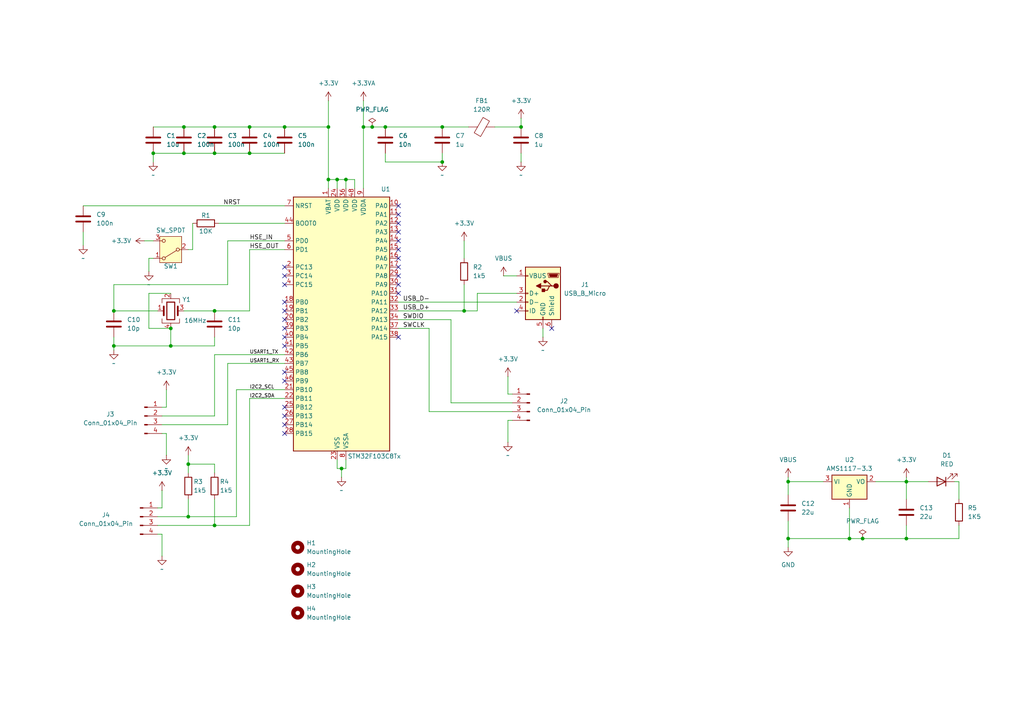
<source format=kicad_sch>
(kicad_sch (version 20231120) (generator "eeschema") (generator_version "8.0")
  (paper "A4")
  (lib_symbols
    (symbol "Connector:Conn_01x04_Pin" (pin_names (offset 1.016) hide)
      (property "Reference" "J" (at 0 5.08 0))
      (property "Value" "Conn_01x04_Pin" (at 0 -7.62 0))
      (symbol "Conn_01x04_Pin_1_1"
        (polyline (pts (xy 1.27 -5.08) (xy 0.8636 -5.08)) (stroke (width 0.1524)))
        (polyline (pts (xy 1.27 -2.54) (xy 0.8636 -2.54)) (stroke (width 0.1524)))
        (polyline (pts (xy 1.27 0) (xy 0.8636 0)) (stroke (width 0.1524)))
        (polyline (pts (xy 1.27 2.54) (xy 0.8636 2.54)) (stroke (width 0.1524)))
        (rectangle (start 0.8636 -4.953) (end 0 -5.207) (stroke (width 0.1524)) (fill (type outline)))
        (rectangle (start 0.8636 -2.413) (end 0 -2.667) (stroke (width 0.1524)) (fill (type outline)))
        (rectangle (start 0.8636 0.127) (end 0 -0.127) (stroke (width 0.1524)) (fill (type outline)))
        (rectangle (start 0.8636 2.667) (end 0 2.413) (stroke (width 0.1524)) (fill (type outline)))
        (pin passive line (at 5.08 2.54 180) (length 3.81) (name "Pin_1") (number "1"))
        (pin passive line (at 5.08 0 180) (length 3.81) (name "Pin_2") (number "2"))
        (pin passive line (at 5.08 -2.54 180) (length 3.81) (name "Pin_3") (number "3"))
        (pin passive line (at 5.08 -5.08 180) (length 3.81) (name "Pin_4") (number "4"))
      )
    )
    (symbol "Connector:USB_B_Micro" (pin_names (offset 1.016))
      (property "Reference" "J" (at -5.08 11.43 0))
      (property "Value" "USB_B_Micro" (at -5.08 8.89 0))
      (symbol "USB_B_Micro_0_1"
        (rectangle (start -5.08 -7.62) (end 5.08 7.62) (stroke (width 0.254)) (fill (type background)))
        (circle (center -3.81 2.159) (radius 0.635) (stroke (width 0.254)) (fill (type outline)))
        (circle (center -0.635 3.429) (radius 0.381) (stroke (width 0.254)) (fill (type outline)))
        (rectangle (start -0.127 -7.62) (end 0.127 -6.858))
        (polyline (pts (xy -1.905 2.159) (xy 0.635 2.159)) (stroke (width 0.254)))
        (polyline (pts (xy -3.175 2.159) (xy -2.54 2.159) (xy -1.27 3.429) (xy -0.635 3.429)) (stroke (width 0.254)))
        (polyline (pts (xy -2.54 2.159) (xy -1.905 2.159) (xy -1.27 0.889) (xy 0 0.889)) (stroke (width 0.254)))
        (polyline (pts (xy 0.635 2.794) (xy 0.635 1.524) (xy 1.905 2.159) (xy 0.635 2.794)) (stroke (width 0.254)) (fill (type outline)))
        (polyline (pts (xy -4.318 5.588) (xy -1.778 5.588) (xy -2.032 4.826) (xy -4.064 4.826) (xy -4.318 5.588)) (fill (type outline)))
        (polyline (pts (xy -4.699 5.842) (xy -4.699 5.588) (xy -4.445 4.826) (xy -4.445 4.572) (xy -1.651 4.572) (xy -1.651 4.826) (xy -1.397 5.588) (xy -1.397 5.842) (xy -4.699 5.842)))
        (rectangle (start 0.254 1.27) (end -0.508 0.508) (stroke (width 0.254)) (fill (type outline)))
        (rectangle (start 5.08 -5.207) (end 4.318 -4.953))
        (rectangle (start 5.08 -2.667) (end 4.318 -2.413))
        (rectangle (start 5.08 -0.127) (end 4.318 0.127))
        (rectangle (start 5.08 4.953) (end 4.318 5.207))
      )
      (symbol "USB_B_Micro_1_1"
        (pin power_out line (at 7.62 5.08 180) (length 2.54) (name "VBUS") (number "1"))
        (pin bidirectional line (at 7.62 -2.54 180) (length 2.54) (name "D-") (number "2"))
        (pin bidirectional line (at 7.62 0 180) (length 2.54) (name "D+") (number "3"))
        (pin passive line (at 7.62 -5.08 180) (length 2.54) (name "ID") (number "4"))
        (pin power_out line (at 0 -10.16 90) (length 2.54) (name "GND") (number "5"))
        (pin passive line (at -2.54 -10.16 90) (length 2.54) (name "Shield") (number "6"))
      )
    )
    (symbol "Device:C" (pin_numbers hide) (pin_names (offset 0.254))
      (property "Reference" "C" (at 0.635 2.54 0))
      (property "Value" "C" (at 0.635 -2.54 0))
      (symbol "C_0_1"
        (polyline (pts (xy -2.032 -0.762) (xy 2.032 -0.762)) (stroke (width 0.508)))
        (polyline (pts (xy -2.032 0.762) (xy 2.032 0.762)) (stroke (width 0.508)))
      )
      (symbol "C_1_1"
        (pin passive line (at 0 3.81 270) (length 2.794) (name "~") (number "1"))
        (pin passive line (at 0 -3.81 90) (length 2.794) (name "~") (number "2"))
      )
    )
    (symbol "Device:Crystal_GND24" (pin_names (offset 1.016) hide)
      (property "Reference" "Y" (at 3.175 5.08 0))
      (property "Value" "Crystal_GND24" (at 3.175 3.175 0))
      (symbol "Crystal_GND24_0_1"
        (rectangle (start -1.143 2.54) (end 1.143 -2.54) (stroke (width 0.3048)))
        (polyline (pts (xy -2.54 0) (xy -2.032 0)))
        (polyline (pts (xy -2.032 -1.27) (xy -2.032 1.27)) (stroke (width 0.508)))
        (polyline (pts (xy 0 -3.81) (xy 0 -3.556)))
        (polyline (pts (xy 0 3.556) (xy 0 3.81)))
        (polyline (pts (xy 2.032 -1.27) (xy 2.032 1.27)) (stroke (width 0.508)))
        (polyline (pts (xy 2.032 0) (xy 2.54 0)))
        (polyline (pts (xy -2.54 -2.286) (xy -2.54 -3.556) (xy 2.54 -3.556) (xy 2.54 -2.286)))
        (polyline (pts (xy -2.54 2.286) (xy -2.54 3.556) (xy 2.54 3.556) (xy 2.54 2.286)))
      )
      (symbol "Crystal_GND24_1_1"
        (pin passive line (at -3.81 0 0) (length 1.27) (name "1") (number "1"))
        (pin passive line (at 0 5.08 270) (length 1.27) (name "2") (number "2"))
        (pin passive line (at 3.81 0 180) (length 1.27) (name "3") (number "3"))
        (pin passive line (at 0 -5.08 90) (length 1.27) (name "4") (number "4"))
      )
    )
    (symbol "Device:FerriteBead" (pin_numbers hide) (pin_names (offset 0))
      (property "Reference" "FB" (at -3.81 0.635 90))
      (property "Value" "FerriteBead" (at 3.81 0 90))
      (symbol "FerriteBead_0_1"
        (polyline (pts (xy 0 -1.27) (xy 0 -1.2192)))
        (polyline (pts (xy 0 1.27) (xy 0 1.2954)))
        (polyline (pts (xy -2.7686 0.4064) (xy -1.7018 2.2606) (xy 2.7686 -0.3048) (xy 1.6764 -2.159) (xy -2.7686 0.4064)))
      )
      (symbol "FerriteBead_1_1"
        (pin passive line (at 0 3.81 270) (length 2.54) (name "~") (number "1"))
        (pin passive line (at 0 -3.81 90) (length 2.54) (name "~") (number "2"))
      )
    )
    (symbol "Device:LED" (pin_numbers hide) (pin_names (offset 1.016) hide)
      (property "Reference" "D" (at 0 2.54 0))
      (property "Value" "LED" (at 0 -2.54 0))
      (symbol "LED_0_1"
        (polyline (pts (xy -1.27 -1.27) (xy -1.27 1.27)) (stroke (width 0.254)))
        (polyline (pts (xy -1.27 0) (xy 1.27 0)))
        (polyline (pts (xy 1.27 -1.27) (xy 1.27 1.27) (xy -1.27 0) (xy 1.27 -1.27)) (stroke (width 0.254)))
        (polyline (pts (xy -3.048 -0.762) (xy -4.572 -2.286) (xy -3.81 -2.286) (xy -4.572 -2.286) (xy -4.572 -1.524)))
        (polyline (pts (xy -1.778 -0.762) (xy -3.302 -2.286) (xy -2.54 -2.286) (xy -3.302 -2.286) (xy -3.302 -1.524)))
      )
      (symbol "LED_1_1"
        (pin passive line (at -3.81 0 0) (length 2.54) (name "K") (number "1"))
        (pin passive line (at 3.81 0 180) (length 2.54) (name "A") (number "2"))
      )
    )
    (symbol "Device:R" (pin_numbers hide) (pin_names (offset 0))
      (property "Reference" "R" (at 2.032 0 90))
      (property "Value" "R" (at 0 0 90))
      (symbol "R_0_1"
        (rectangle (start -1.016 -2.54) (end 1.016 2.54) (stroke (width 0.254)))
      )
      (symbol "R_1_1"
        (pin passive line (at 0 3.81 270) (length 1.27) (name "~") (number "1"))
        (pin passive line (at 0 -3.81 90) (length 1.27) (name "~") (number "2"))
      )
    )
    (symbol "MCU_ST_STM32F1:STM32F103C8Tx"
      (property "Reference" "U" (at -12.7 39.37 0))
      (property "Value" "STM32F103C8Tx" (at 10.16 39.37 0))
      (symbol "STM32F103C8Tx_0_1"
        (rectangle (start -12.7 -35.56) (end 15.24 38.1) (stroke (width 0.254)) (fill (type background)))
      )
      (symbol "STM32F103C8Tx_1_1"
        (pin power_in line (at -2.54 40.64 270) (length 2.54) (name "VBAT") (number "1"))
        (pin bidirectional line (at 17.78 35.56 180) (length 2.54) (name "PA0") (number "10"))
        (pin bidirectional line (at 17.78 33.02 180) (length 2.54) (name "PA1") (number "11"))
        (pin bidirectional line (at 17.78 30.48 180) (length 2.54) (name "PA2") (number "12"))
        (pin bidirectional line (at 17.78 27.94 180) (length 2.54) (name "PA3") (number "13"))
        (pin bidirectional line (at 17.78 25.4 180) (length 2.54) (name "PA4") (number "14"))
        (pin bidirectional line (at 17.78 22.86 180) (length 2.54) (name "PA5") (number "15"))
        (pin bidirectional line (at 17.78 20.32 180) (length 2.54) (name "PA6") (number "16"))
        (pin bidirectional line (at 17.78 17.78 180) (length 2.54) (name "PA7") (number "17"))
        (pin bidirectional line (at -15.24 7.62 0) (length 2.54) (name "PB0") (number "18"))
        (pin bidirectional line (at -15.24 5.08 0) (length 2.54) (name "PB1") (number "19"))
        (pin bidirectional line (at -15.24 17.78 0) (length 2.54) (name "PC13") (number "2"))
        (pin bidirectional line (at -15.24 2.54 0) (length 2.54) (name "PB2") (number "20"))
        (pin bidirectional line (at -15.24 -17.78 0) (length 2.54) (name "PB10") (number "21"))
        (pin bidirectional line (at -15.24 -20.32 0) (length 2.54) (name "PB11") (number "22"))
        (pin power_in line (at 0 -38.1 90) (length 2.54) (name "VSS") (number "23"))
        (pin power_in line (at 0 40.64 270) (length 2.54) (name "VDD") (number "24"))
        (pin bidirectional line (at -15.24 -22.86 0) (length 2.54) (name "PB12") (number "25"))
        (pin bidirectional line (at -15.24 -25.4 0) (length 2.54) (name "PB13") (number "26"))
        (pin bidirectional line (at -15.24 -27.94 0) (length 2.54) (name "PB14") (number "27"))
        (pin bidirectional line (at -15.24 -30.48 0) (length 2.54) (name "PB15") (number "28"))
        (pin bidirectional line (at 17.78 15.24 180) (length 2.54) (name "PA8") (number "29"))
        (pin bidirectional line (at -15.24 15.24 0) (length 2.54) (name "PC14") (number "3"))
        (pin bidirectional line (at 17.78 12.7 180) (length 2.54) (name "PA9") (number "30"))
        (pin bidirectional line (at 17.78 10.16 180) (length 2.54) (name "PA10") (number "31"))
        (pin bidirectional line (at 17.78 7.62 180) (length 2.54) (name "PA11") (number "32"))
        (pin bidirectional line (at 17.78 5.08 180) (length 2.54) (name "PA12") (number "33"))
        (pin bidirectional line (at 17.78 2.54 180) (length 2.54) (name "PA13") (number "34"))
        (pin passive line (at 0 -38.1 90) (length 2.54) hide (name "VSS") (number "35"))
        (pin power_in line (at 2.54 40.64 270) (length 2.54) (name "VDD") (number "36"))
        (pin bidirectional line (at 17.78 0 180) (length 2.54) (name "PA14") (number "37"))
        (pin bidirectional line (at 17.78 -2.54 180) (length 2.54) (name "PA15") (number "38"))
        (pin bidirectional line (at -15.24 0 0) (length 2.54) (name "PB3") (number "39"))
        (pin bidirectional line (at -15.24 12.7 0) (length 2.54) (name "PC15") (number "4"))
        (pin bidirectional line (at -15.24 -2.54 0) (length 2.54) (name "PB4") (number "40"))
        (pin bidirectional line (at -15.24 -5.08 0) (length 2.54) (name "PB5") (number "41"))
        (pin bidirectional line (at -15.24 -7.62 0) (length 2.54) (name "PB6") (number "42"))
        (pin bidirectional line (at -15.24 -10.16 0) (length 2.54) (name "PB7") (number "43"))
        (pin input line (at -15.24 30.48 0) (length 2.54) (name "BOOT0") (number "44"))
        (pin bidirectional line (at -15.24 -12.7 0) (length 2.54) (name "PB8") (number "45"))
        (pin bidirectional line (at -15.24 -15.24 0) (length 2.54) (name "PB9") (number "46"))
        (pin passive line (at 0 -38.1 90) (length 2.54) hide (name "VSS") (number "47"))
        (pin power_in line (at 5.08 40.64 270) (length 2.54) (name "VDD") (number "48"))
        (pin bidirectional line (at -15.24 25.4 0) (length 2.54) (name "PD0") (number "5"))
        (pin bidirectional line (at -15.24 22.86 0) (length 2.54) (name "PD1") (number "6"))
        (pin input line (at -15.24 35.56 0) (length 2.54) (name "NRST") (number "7"))
        (pin power_in line (at 2.54 -38.1 90) (length 2.54) (name "VSSA") (number "8"))
        (pin power_in line (at 7.62 40.64 270) (length 2.54) (name "VDDA") (number "9"))
      )
    )
    (symbol "Mechanical:MountingHole" (pin_names (offset 1.016)) (exclude_from_sim yes) (in_bom no)
      (property "Reference" "H" (at 0 5.08 0))
      (property "Value" "MountingHole" (at 0 3.175 0))
      (symbol "MountingHole_0_1"
        (circle (center 0 0) (radius 1.27) (stroke (width 1.27)))
      )
    )
    (symbol "Regulator_Linear:AMS1117-3.3"
      (property "Reference" "U" (at -3.81 3.175 0))
      (property "Value" "AMS1117-3.3" (at 0 3.175 0))
      (symbol "AMS1117-3.3_0_1"
        (rectangle (start -5.08 -5.08) (end 5.08 1.905) (stroke (width 0.254)) (fill (type background)))
      )
      (symbol "AMS1117-3.3_1_1"
        (pin power_in line (at 0 -7.62 90) (length 2.54) (name "GND") (number "1"))
        (pin power_out line (at 7.62 0 180) (length 2.54) (name "VO") (number "2"))
        (pin power_in line (at -7.62 0 0) (length 2.54) (name "VI") (number "3"))
      )
    )
    (symbol "Switch:SW_SPDT" (pin_names (offset 0) hide)
      (property "Reference" "SW" (at 0 5.08 0))
      (property "Value" "SW_SPDT" (at 0 -5.08 0))
      (symbol "SW_SPDT_0_1"
        (circle (center -2.032 0) (radius 0.4572))
        (polyline (pts (xy -1.651 0.254) (xy 1.651 2.286)))
        (circle (center 2.032 -2.54) (radius 0.4572))
        (circle (center 2.032 2.54) (radius 0.4572))
      )
      (symbol "SW_SPDT_1_1"
        (rectangle (start -3.175 3.81) (end 3.175 -3.81) (fill (type background)))
        (pin passive line (at 5.08 2.54 180) (length 2.54) (name "A") (number "1"))
        (pin passive line (at -5.08 0 0) (length 2.54) (name "B") (number "2"))
        (pin passive line (at 5.08 -2.54 180) (length 2.54) (name "C") (number "3"))
      )
    )
    (symbol "power:+3.3V" (power) (pin_numbers hide) (pin_names (offset 0) hide)
      (property "Value" "+3.3V" (at 0 3.556 0))
      (symbol "+3.3V_0_1"
        (polyline (pts (xy -0.762 1.27) (xy 0 2.54)))
        (polyline (pts (xy 0 0) (xy 0 2.54)))
        (polyline (pts (xy 0 2.54) (xy 0.762 1.27)))
      )
      (symbol "+3.3V_1_1"
        (pin power_in line (at 0 0 90) (length 0) (name "~") (number "1"))
      )
    )
    (symbol "power:+3.3VA" (power) (pin_numbers hide) (pin_names (offset 0) hide)
      (property "Value" "+3.3VA" (at 0 3.556 0))
      (symbol "+3.3VA_0_1"
        (polyline (pts (xy -0.762 1.27) (xy 0 2.54)))
        (polyline (pts (xy 0 0) (xy 0 2.54)))
        (polyline (pts (xy 0 2.54) (xy 0.762 1.27)))
      )
      (symbol "+3.3VA_1_1"
        (pin power_in line (at 0 0 90) (length 0) (name "~") (number "1"))
      )
    )
    (symbol "power:GND" (power) (pin_numbers hide) (pin_names (offset 0) hide)
      (property "Value" "GND" (at 0 -3.81 0))
      (symbol "GND_0_1"
        (polyline (pts (xy 0 0) (xy 0 -1.27) (xy 1.27 -1.27) (xy 0 -2.54) (xy -1.27 -1.27) (xy 0 -1.27)))
      )
      (symbol "GND_1_1"
        (pin power_in line (at 0 0 270) (length 0) (name "~") (number "1"))
      )
    )
    (symbol "power:PWR_FLAG" (power) (pin_numbers hide) (pin_names (offset 0) hide)
      (property "Value" "PWR_FLAG" (at 0 3.81 0))
      (symbol "PWR_FLAG_0_0"
        (pin power_out line (at 0 0 90) (length 0) (name "~") (number "1"))
      )
      (symbol "PWR_FLAG_0_1"
        (polyline (pts (xy 0 0) (xy 0 1.27) (xy -1.016 1.905) (xy 0 2.54) (xy 1.016 1.905) (xy 0 1.27)))
      )
    )
    (symbol "power:VBUS" (power) (pin_numbers hide) (pin_names (offset 0) hide)
      (property "Value" "VBUS" (at 0 3.556 0))
      (symbol "VBUS_0_1"
        (polyline (pts (xy -0.762 1.27) (xy 0 2.54)))
        (polyline (pts (xy 0 0) (xy 0 2.54)))
        (polyline (pts (xy 0 2.54) (xy 0.762 1.27)))
      )
      (symbol "VBUS_1_1"
        (pin power_in line (at 0 0 90) (length 0) (name "~") (number "1"))
      )
    )
  )
  (junction (at 128.27 46.99))
  (junction (at 33.02 100.33))
  (junction (at 44.45 44.45))
  (junction (at 62.23 152.4))
  (junction (at 134.62 90.17))
  (junction (at 49.53 95.25))
  (junction (at 97.79 52.07))
  (junction (at 228.6 139.7))
  (junction (at 246.38 156.21))
  (junction (at 82.55 36.83))
  (junction (at 54.61 149.86))
  (junction (at 228.6 156.21))
  (junction (at 262.89 139.7))
  (junction (at 62.23 36.83))
  (junction (at 105.41 36.83))
  (junction (at 72.39 44.45))
  (junction (at 62.23 90.17))
  (junction (at 100.33 52.07))
  (junction (at 62.23 44.45))
  (junction (at 99.06 135.89))
  (junction (at 262.89 156.21))
  (junction (at 151.13 36.83))
  (junction (at 95.25 36.83))
  (junction (at 250.19 156.21))
  (junction (at 72.39 36.83))
  (junction (at 53.34 36.83))
  (junction (at 95.25 52.07))
  (junction (at 128.27 36.83))
  (junction (at 33.02 90.17))
  (junction (at 107.95 36.83))
  (junction (at 111.76 36.83))
  (junction (at 54.61 134.62))
  (junction (at 49.53 100.33))
  (junction (at 53.34 44.45))
  (no_connect (at 82.55 120.65))
  (no_connect (at 115.57 74.93))
  (no_connect (at 82.55 80.01))
  (no_connect (at 160.02 95.25))
  (no_connect (at 115.57 72.39))
  (no_connect (at 115.57 64.77))
  (no_connect (at 82.55 95.25))
  (no_connect (at 115.57 80.01))
  (no_connect (at 82.55 100.33))
  (no_connect (at 115.57 85.09))
  (no_connect (at 82.55 107.95))
  (no_connect (at 82.55 87.63))
  (no_connect (at 115.57 69.85))
  (no_connect (at 82.55 118.11))
  (no_connect (at 115.57 67.31))
  (no_connect (at 115.57 59.69))
  (no_connect (at 82.55 123.19))
  (no_connect (at 82.55 97.79))
  (no_connect (at 115.57 77.47))
  (no_connect (at 115.57 97.79))
  (no_connect (at 115.57 82.55))
  (no_connect (at 82.55 82.55))
  (no_connect (at 149.86 90.17))
  (no_connect (at 82.55 90.17))
  (no_connect (at 115.57 62.23))
  (no_connect (at 82.55 92.71))
  (no_connect (at 82.55 77.47))
  (no_connect (at 82.55 125.73))
  (no_connect (at 82.55 110.49))
  (wire (pts (xy 72.39 90.17) (xy 72.39 72.39)))
  (wire (pts (xy 54.61 134.62) (xy 54.61 137.16)))
  (wire (pts (xy 102.87 52.07) (xy 102.87 54.61)))
  (wire (pts (xy 55.88 64.77) (xy 55.88 72.39)))
  (wire (pts (xy 111.76 44.45) (xy 111.76 46.99)))
  (wire (pts (xy 99.06 135.89) (xy 97.79 135.89)))
  (wire (pts (xy 66.04 82.55) (xy 66.04 69.85)))
  (wire (pts (xy 53.34 44.45) (xy 62.23 44.45)))
  (wire (pts (xy 124.46 95.25) (xy 124.46 119.38)))
  (wire (pts (xy 62.23 152.4) (xy 45.72 152.4)))
  (wire (pts (xy 276.86 139.7) (xy 278.13 139.7)))
  (wire (pts (xy 115.57 95.25) (xy 124.46 95.25)))
  (wire (pts (xy 105.41 36.83) (xy 105.41 54.61)))
  (wire (pts (xy 43.18 74.93) (xy 44.45 74.93)))
  (wire (pts (xy 33.02 97.79) (xy 33.02 100.33)))
  (wire (pts (xy 49.53 100.33) (xy 33.02 100.33)))
  (wire (pts (xy 130.81 92.71) (xy 130.81 116.84)))
  (wire (pts (xy 134.62 90.17) (xy 138.43 90.17)))
  (wire (pts (xy 49.53 95.25) (xy 49.53 100.33)))
  (wire (pts (xy 97.79 52.07) (xy 97.79 54.61)))
  (wire (pts (xy 99.06 138.43) (xy 99.06 135.89)))
  (wire (pts (xy 41.91 69.85) (xy 44.45 69.85)))
  (wire (pts (xy 115.57 92.71) (xy 130.81 92.71)))
  (wire (pts (xy 111.76 46.99) (xy 128.27 46.99)))
  (wire (pts (xy 66.04 105.41) (xy 82.55 105.41)))
  (wire (pts (xy 100.33 52.07) (xy 100.33 54.61)))
  (wire (pts (xy 138.43 90.17) (xy 138.43 85.09)))
  (wire (pts (xy 151.13 44.45) (xy 151.13 46.99)))
  (wire (pts (xy 147.32 114.3) (xy 148.59 114.3)))
  (wire (pts (xy 262.89 139.7) (xy 269.24 139.7)))
  (wire (pts (xy 62.23 97.79) (xy 62.23 100.33)))
  (wire (pts (xy 72.39 152.4) (xy 62.23 152.4)))
  (wire (pts (xy 97.79 52.07) (xy 100.33 52.07)))
  (wire (pts (xy 82.55 36.83) (xy 95.25 36.83)))
  (wire (pts (xy 24.13 67.31) (xy 24.13 71.12)))
  (wire (pts (xy 33.02 100.33) (xy 33.02 101.6)))
  (wire (pts (xy 68.58 149.86) (xy 68.58 113.03)))
  (wire (pts (xy 43.18 95.25) (xy 49.53 95.25)))
  (wire (pts (xy 95.25 36.83) (xy 95.25 52.07)))
  (wire (pts (xy 143.51 36.83) (xy 151.13 36.83)))
  (wire (pts (xy 95.25 29.21) (xy 95.25 36.83)))
  (wire (pts (xy 228.6 139.7) (xy 228.6 143.51)))
  (wire (pts (xy 55.88 72.39) (xy 54.61 72.39)))
  (wire (pts (xy 246.38 156.21) (xy 250.19 156.21)))
  (wire (pts (xy 97.79 133.35) (xy 97.79 135.89)))
  (wire (pts (xy 262.89 139.7) (xy 262.89 144.78)))
  (wire (pts (xy 62.23 90.17) (xy 72.39 90.17)))
  (wire (pts (xy 228.6 156.21) (xy 228.6 158.75)))
  (wire (pts (xy 62.23 102.87) (xy 82.55 102.87)))
  (wire (pts (xy 134.62 82.55) (xy 134.62 90.17)))
  (wire (pts (xy 278.13 152.4) (xy 278.13 156.21)))
  (wire (pts (xy 48.26 125.73) (xy 48.26 132.08)))
  (wire (pts (xy 262.89 152.4) (xy 262.89 156.21)))
  (wire (pts (xy 95.25 52.07) (xy 97.79 52.07)))
  (wire (pts (xy 100.33 135.89) (xy 100.33 133.35)))
  (wire (pts (xy 46.99 142.24) (xy 46.99 147.32)))
  (wire (pts (xy 54.61 132.08) (xy 54.61 134.62)))
  (wire (pts (xy 68.58 113.03) (xy 82.55 113.03)))
  (wire (pts (xy 45.72 149.86) (xy 54.61 149.86)))
  (wire (pts (xy 33.02 90.17) (xy 45.72 90.17)))
  (wire (pts (xy 62.23 137.16) (xy 62.23 134.62)))
  (wire (pts (xy 95.25 52.07) (xy 95.25 54.61)))
  (wire (pts (xy 128.27 36.83) (xy 135.89 36.83)))
  (wire (pts (xy 228.6 138.43) (xy 228.6 139.7)))
  (wire (pts (xy 72.39 115.57) (xy 72.39 152.4)))
  (wire (pts (xy 62.23 134.62) (xy 54.61 134.62)))
  (wire (pts (xy 72.39 115.57) (xy 82.55 115.57)))
  (wire (pts (xy 157.48 97.79) (xy 157.48 95.25)))
  (wire (pts (xy 44.45 36.83) (xy 53.34 36.83)))
  (wire (pts (xy 107.95 36.83) (xy 105.41 36.83)))
  (wire (pts (xy 49.53 85.09) (xy 43.18 85.09)))
  (wire (pts (xy 124.46 119.38) (xy 148.59 119.38)))
  (wire (pts (xy 130.81 116.84) (xy 148.59 116.84)))
  (wire (pts (xy 250.19 156.21) (xy 262.89 156.21)))
  (wire (pts (xy 46.99 147.32) (xy 45.72 147.32)))
  (wire (pts (xy 134.62 69.85) (xy 134.62 74.93)))
  (wire (pts (xy 147.32 109.22) (xy 147.32 114.3)))
  (wire (pts (xy 46.99 120.65) (xy 62.23 120.65)))
  (wire (pts (xy 254 139.7) (xy 262.89 139.7)))
  (wire (pts (xy 46.99 154.94) (xy 46.99 161.29)))
  (wire (pts (xy 148.59 121.92) (xy 147.32 121.92)))
  (wire (pts (xy 228.6 139.7) (xy 238.76 139.7)))
  (wire (pts (xy 62.23 100.33) (xy 49.53 100.33)))
  (wire (pts (xy 53.34 36.83) (xy 62.23 36.83)))
  (wire (pts (xy 128.27 44.45) (xy 128.27 46.99)))
  (wire (pts (xy 53.34 90.17) (xy 62.23 90.17)))
  (wire (pts (xy 146.05 80.01) (xy 149.86 80.01)))
  (wire (pts (xy 62.23 120.65) (xy 62.23 102.87)))
  (wire (pts (xy 54.61 149.86) (xy 68.58 149.86)))
  (wire (pts (xy 24.13 59.69) (xy 82.55 59.69)))
  (wire (pts (xy 115.57 90.17) (xy 134.62 90.17)))
  (wire (pts (xy 54.61 144.78) (xy 54.61 149.86)))
  (wire (pts (xy 48.26 113.03) (xy 48.26 118.11)))
  (wire (pts (xy 46.99 123.19) (xy 66.04 123.19)))
  (wire (pts (xy 48.26 118.11) (xy 46.99 118.11)))
  (wire (pts (xy 66.04 123.19) (xy 66.04 105.41)))
  (wire (pts (xy 138.43 85.09) (xy 149.86 85.09)))
  (wire (pts (xy 115.57 87.63) (xy 149.86 87.63)))
  (wire (pts (xy 43.18 78.74) (xy 43.18 74.93)))
  (wire (pts (xy 62.23 144.78) (xy 62.23 152.4)))
  (wire (pts (xy 62.23 36.83) (xy 72.39 36.83)))
  (wire (pts (xy 278.13 139.7) (xy 278.13 144.78)))
  (wire (pts (xy 100.33 52.07) (xy 102.87 52.07)))
  (wire (pts (xy 46.99 125.73) (xy 48.26 125.73)))
  (wire (pts (xy 66.04 69.85) (xy 82.55 69.85)))
  (wire (pts (xy 147.32 121.92) (xy 147.32 128.27)))
  (wire (pts (xy 43.18 85.09) (xy 43.18 95.25)))
  (wire (pts (xy 246.38 147.32) (xy 246.38 156.21)))
  (wire (pts (xy 45.72 154.94) (xy 46.99 154.94)))
  (wire (pts (xy 44.45 46.99) (xy 44.45 44.45)))
  (wire (pts (xy 262.89 138.43) (xy 262.89 139.7)))
  (wire (pts (xy 72.39 72.39) (xy 82.55 72.39)))
  (wire (pts (xy 99.06 135.89) (xy 100.33 135.89)))
  (wire (pts (xy 128.27 36.83) (xy 111.76 36.83)))
  (wire (pts (xy 151.13 34.29) (xy 151.13 36.83)))
  (wire (pts (xy 72.39 44.45) (xy 82.55 44.45)))
  (wire (pts (xy 33.02 90.17) (xy 33.02 82.55)))
  (wire (pts (xy 33.02 82.55) (xy 66.04 82.55)))
  (wire (pts (xy 72.39 36.83) (xy 82.55 36.83)))
  (wire (pts (xy 63.5 64.77) (xy 82.55 64.77)))
  (wire (pts (xy 62.23 44.45) (xy 72.39 44.45)))
  (wire (pts (xy 228.6 156.21) (xy 246.38 156.21)))
  (wire (pts (xy 105.41 29.21) (xy 105.41 36.83)))
  (wire (pts (xy 44.45 44.45) (xy 53.34 44.45)))
  (wire (pts (xy 228.6 156.21) (xy 228.6 151.13)))
  (wire (pts (xy 278.13 156.21) (xy 262.89 156.21)))
  (wire (pts (xy 111.76 36.83) (xy 107.95 36.83)))
  (label "USART1_TX" (at 72.39 102.87 0) (effects (font (size 1.016 1.016))))
  (label "NRST" (at 64.77 59.69 0))
  (label "SWCLK" (at 116.84 95.25 0))
  (label "HSE_IN" (at 72.39 69.85 0))
  (label "USB_D-" (at 116.84 87.63 0))
  (label "I2C2_SCL" (at 72.39 113.03 0) (effects (font (size 1.016 1.016))))
  (label "I2C2_SDA" (at 72.39 115.57 0) (effects (font (size 1.016 1.016))))
  (label "HSE_OUT" (at 72.39 72.39 0))
  (label "USB_D+" (at 116.84 90.17 0))
  (label "SWDIO" (at 116.84 92.71 0))
  (label "USART1_RX" (at 72.39 105.41 0) (effects (font (size 1.016 1.016))))
  (symbol (lib_id "Device:R") (at 278.13 148.59 180) (unit 1)
    (property "Reference" "R5" (at 280.67 147.3199 0) (effects (justify right)))
    (property "Value" "1K5" (at 280.67 149.8599 0) (effects (justify right)))
    (property "Footprint" "Resistor_SMD:R_0402_1005Metric" (effects (hide yes)))
    (property "Description" "Resistor" (effects (hide yes)))
  )
  (symbol (lib_id "Mechanical:MountingHole") (at 86.36 158.75 0) (unit 1) (exclude_from_sim yes) (in_bom no)
    (property "Reference" "H1" (at 88.9 157.4799 0) (effects (justify left)))
    (property "Value" "MountingHole" (at 88.9 160.0199 0) (effects (justify left)))
    (property "Footprint" "MountingHole:MountingHole_2.2mm_M2" (effects (hide yes)))
    (property "Description" "Mounting Hole without connection" (effects (hide yes)))
  )
  (symbol (lib_id "power:+3.3V") (at 95.25 29.21 0) (unit 1)
    (property "Reference" "#PWR01" (effects (hide yes)))
    (property "Value" "+3.3V" (at 95.25 24.13 0))
    (property "Description" "Power symbol creates a global label with name \"+3.3V\"" (effects (hide yes)))
  )
  (symbol (lib_id "power:GND") (at 128.27 46.99 0) (unit 1)
    (property "Reference" "#PWR05" (effects (hide yes)))
    (property "Value" "~" (at 128.27 50.8 0))
    (property "Description" "Power symbol creates a global label with name \"GND\" , ground" (effects (hide yes)))
  )
  (symbol (lib_id "Device:FerriteBead") (at 139.7 36.83 270) (unit 1)
    (property "Reference" "FB1" (at 139.7508 29.21 90))
    (property "Value" "120R" (at 139.7508 31.75 90))
    (property "Footprint" "Inductor_SMD:L_0603_1608Metric" (effects (hide yes)))
    (property "Description" "Ferrite bead" (effects (hide yes)))
  )
  (symbol (lib_id "power:GND") (at 99.06 138.43 0) (unit 1)
    (property "Reference" "#PWR019" (effects (hide yes)))
    (property "Value" "~" (at 99.06 142.24 0))
    (property "Description" "Power symbol creates a global label with name \"GND\" , ground" (effects (hide yes)))
  )
  (symbol (lib_id "Mechanical:MountingHole") (at 86.36 171.45 0) (unit 1) (exclude_from_sim yes) (in_bom no)
    (property "Reference" "H3" (at 88.9 170.1799 0) (effects (justify left)))
    (property "Value" "MountingHole" (at 88.9 172.7199 0) (effects (justify left)))
    (property "Footprint" "MountingHole:MountingHole_2.2mm_M2" (effects (hide yes)))
    (property "Description" "Mounting Hole without connection" (effects (hide yes)))
  )
  (symbol (lib_id "Switch:SW_SPDT") (at 49.53 72.39 180) (unit 1)
    (property "Reference" "SW1" (at 49.53 77.216 0))
    (property "Value" "SW_SPDT" (at 49.53 66.802 0))
    (property "Footprint" "Button_Switch_SMD:Nidec_Copal_CAS-120A" (effects (hide yes)))
    (property "Description" "Switch, single pole double throw" (effects (hide yes)))
  )
  (symbol (lib_id "power:GND") (at 48.26 132.08 0) (unit 1)
    (property "Reference" "#PWR017" (effects (hide yes)))
    (property "Value" "~" (at 48.26 135.89 0))
    (property "Description" "Power symbol creates a global label with name \"GND\" , ground" (effects (hide yes)))
  )
  (symbol (lib_id "power:GND") (at 151.13 46.99 0) (unit 1)
    (property "Reference" "#PWR06" (effects (hide yes)))
    (property "Value" "~" (at 151.13 50.8 0))
    (property "Description" "Power symbol creates a global label with name \"GND\" , ground" (effects (hide yes)))
  )
  (symbol (lib_id "Connector:Conn_01x04_Pin") (at 153.67 116.84 0) (mirror y) (unit 1)
    (property "Reference" "J2" (at 163.576 116.332 0))
    (property "Value" "Conn_01x04_Pin" (at 163.576 118.872 0))
    (property "Footprint" "Connector_PinHeader_2.54mm:PinHeader_1x04_P2.54mm_Vertical" (effects (hide yes)))
    (property "Description" "Generic connector, single row, 01x04, script generated" (effects (hide yes)))
  )
  (symbol (lib_id "Device:R") (at 59.69 64.77 90) (unit 1)
    (property "Reference" "R1" (at 59.69 62.484 90))
    (property "Value" "1OK" (at 59.69 67.056 90))
    (property "Footprint" "Resistor_SMD:R_0402_1005Metric" (effects (hide yes)))
    (property "Description" "Resistor" (effects (hide yes)))
  )
  (symbol (lib_id "Connector:Conn_01x04_Pin") (at 40.64 149.86 0) (unit 1)
    (property "Reference" "J4" (at 30.734 149.352 0))
    (property "Value" "Conn_01x04_Pin" (at 30.734 151.892 0))
    (property "Footprint" "Connector_PinHeader_2.54mm:PinHeader_1x04_P2.54mm_Vertical" (effects (hide yes)))
    (property "Description" "Generic connector, single row, 01x04, script generated" (effects (hide yes)))
  )
  (symbol (lib_id "Device:R") (at 54.61 140.97 0) (unit 1)
    (property "Reference" "R3" (at 56.134 139.7 0) (effects (justify left)))
    (property "Value" "1k5" (at 56.134 142.24 0) (effects (justify left)))
    (property "Footprint" "Resistor_SMD:R_0402_1005Metric" (effects (hide yes)))
    (property "Description" "Resistor" (effects (hide yes)))
  )
  (symbol (lib_id "Device:C") (at 151.13 40.64 0) (unit 1)
    (property "Reference" "C8" (at 154.94 39.3699 0) (effects (justify left)))
    (property "Value" "1u" (at 154.94 41.9099 0) (effects (justify left)))
    (property "Footprint" "Capacitor_SMD:C_0402_1005Metric" (effects (hide yes)))
    (property "Description" "Unpolarized capacitor" (effects (hide yes)))
  )
  (symbol (lib_id "power:+3.3V") (at 151.13 34.29 0) (unit 1)
    (property "Reference" "#PWR03" (effects (hide yes)))
    (property "Value" "+3.3V" (at 151.13 29.21 0))
    (property "Description" "Power symbol creates a global label with name \"+3.3V\"" (effects (hide yes)))
  )
  (symbol (lib_id "power:+3.3VA") (at 105.41 29.21 0) (unit 1)
    (property "Reference" "#PWR02" (effects (hide yes)))
    (property "Value" "+3.3VA" (at 105.41 24.13 0))
    (property "Description" "Power symbol creates a global label with name \"+3.3VA\"" (effects (hide yes)))
  )
  (symbol (lib_id "Device:C") (at 82.55 40.64 0) (unit 1)
    (property "Reference" "C5" (at 86.36 39.3699 0) (effects (justify left)))
    (property "Value" "100n" (at 86.36 41.9099 0) (effects (justify left)))
    (property "Footprint" "Capacitor_SMD:C_0402_1005Metric" (effects (hide yes)))
    (property "Description" "Unpolarized capacitor" (effects (hide yes)))
  )
  (symbol (lib_id "Mechanical:MountingHole") (at 86.36 165.1 0) (unit 1) (exclude_from_sim yes) (in_bom no)
    (property "Reference" "H2" (at 88.9 163.8299 0) (effects (justify left)))
    (property "Value" "MountingHole" (at 88.9 166.3699 0) (effects (justify left)))
    (property "Footprint" "MountingHole:MountingHole_2.2mm_M2" (effects (hide yes)))
    (property "Description" "Mounting Hole without connection" (effects (hide yes)))
  )
  (symbol (lib_id "power:+3.3V") (at 54.61 132.08 0) (mirror y) (unit 1)
    (property "Reference" "#PWR018" (effects (hide yes)))
    (property "Value" "+3.3V" (at 54.61 127 0))
    (property "Description" "Power symbol creates a global label with name \"+3.3V\"" (effects (hide yes)))
  )
  (symbol (lib_id "Mechanical:MountingHole") (at 86.36 177.8 0) (unit 1) (exclude_from_sim yes) (in_bom no)
    (property "Reference" "H4" (at 88.9 176.5299 0) (effects (justify left)))
    (property "Value" "MountingHole" (at 88.9 179.0699 0) (effects (justify left)))
    (property "Footprint" "MountingHole:MountingHole_2.2mm_M2" (effects (hide yes)))
    (property "Description" "Mounting Hole without connection" (effects (hide yes)))
  )
  (symbol (lib_id "power:VBUS") (at 146.05 80.01 0) (unit 1)
    (property "Reference" "#PWR011" (effects (hide yes)))
    (property "Value" "VBUS" (at 146.05 74.93 0))
    (property "Description" "Power symbol creates a global label with name \"VBUS\"" (effects (hide yes)))
  )
  (symbol (lib_id "power:GND") (at 33.02 101.6 0) (unit 1)
    (property "Reference" "#PWR013" (effects (hide yes)))
    (property "Value" "~" (at 33.02 105.41 0))
    (property "Description" "Power symbol creates a global label with name \"GND\" , ground" (effects (hide yes)))
  )
  (symbol (lib_id "power:PWR_FLAG") (at 107.95 36.83 0) (unit 1)
    (property "Reference" "#FLG01" (effects (hide yes)))
    (property "Value" "PWR_FLAG" (at 107.95 31.75 0))
    (property "Description" "Special symbol for telling ERC where power comes from" (effects (hide yes)))
  )
  (symbol (lib_id "MCU_ST_STM32F1:STM32F103C8Tx") (at 97.79 95.25 0) (unit 1)
    (property "Reference" "U1" (at 110.49 54.864 0) (effects (justify left)))
    (property "Value" "STM32F103C8Tx" (at 100.838 132.334 0) (effects (justify left)))
    (property "Footprint" "Package_QFP:LQFP-48_7x7mm_P0.5mm" (effects (hide yes)))
    (property "Datasheet" "https://www.st.com/resource/en/datasheet/stm32f103c8.pdf" (effects (hide yes)))
    (property "Description" "STMicroelectronics Arm Cortex-M3 MCU, 64KB flash, 20KB RAM, 72 MHz, 2.0-3.6V, 37 GPIO, LQFP48" (effects (hide yes)))
  )
  (symbol (lib_id "power:GND") (at 43.18 78.74 0) (unit 1)
    (property "Reference" "#PWR010" (effects (hide yes)))
    (property "Value" "~" (at 43.18 82.55 0))
    (property "Description" "Power symbol creates a global label with name \"GND\" , ground" (effects (hide yes)))
  )
  (symbol (lib_id "Device:C") (at 53.34 40.64 0) (unit 1)
    (property "Reference" "C2" (at 57.15 39.3699 0) (effects (justify left)))
    (property "Value" "100n" (at 57.15 41.9099 0) (effects (justify left)))
    (property "Footprint" "Capacitor_SMD:C_0402_1005Metric" (effects (hide yes)))
    (property "Description" "Unpolarized capacitor" (effects (hide yes)))
  )
  (symbol (lib_id "power:GND") (at 147.32 128.27 0) (unit 1)
    (property "Reference" "#PWR016" (effects (hide yes)))
    (property "Value" "~" (at 147.32 132.08 0))
    (property "Description" "Power symbol creates a global label with name \"GND\" , ground" (effects (hide yes)))
  )
  (symbol (lib_id "Device:C") (at 24.13 63.5 0) (unit 1)
    (property "Reference" "C9" (at 27.94 62.2299 0) (effects (justify left)))
    (property "Value" "100n" (at 27.94 64.7699 0) (effects (justify left)))
    (property "Footprint" "Capacitor_SMD:C_0402_1005Metric" (effects (hide yes)))
    (property "Description" "Unpolarized capacitor" (effects (hide yes)))
  )
  (symbol (lib_id "Connector:USB_B_Micro") (at 157.48 85.09 0) (mirror y) (unit 1)
    (property "Reference" "J1" (at 169.672 82.55 0))
    (property "Value" "USB_B_Micro" (at 169.672 85.09 0))
    (property "Footprint" "Connector_USB:USB_Micro-B_Wuerth_614105150721_Vertical" (effects (hide yes)))
    (property "Description" "USB Micro Type B connector" (effects (hide yes)))
  )
  (symbol (lib_id "power:GND") (at 44.45 46.99 0) (unit 1)
    (property "Reference" "#PWR04" (effects (hide yes)))
    (property "Value" "~" (at 44.45 50.8 0))
    (property "Description" "Power symbol creates a global label with name \"GND\" , ground" (effects (hide yes)))
  )
  (symbol (lib_id "power:+3.3V") (at 41.91 69.85 90) (unit 1)
    (property "Reference" "#PWR07" (effects (hide yes)))
    (property "Value" "+3.3V" (at 38.1 69.8499 90) (effects (justify left)))
    (property "Description" "Power symbol creates a global label with name \"+3.3V\"" (effects (hide yes)))
  )
  (symbol (lib_id "Device:R") (at 134.62 78.74 180) (unit 1)
    (property "Reference" "R2" (at 137.16 77.4699 0) (effects (justify right)))
    (property "Value" "1k5" (at 137.16 80.0099 0) (effects (justify right)))
    (property "Footprint" "Resistor_SMD:R_0402_1005Metric" (effects (hide yes)))
    (property "Description" "Resistor" (effects (hide yes)))
  )
  (symbol (lib_id "Device:C") (at 44.45 40.64 0) (unit 1)
    (property "Reference" "C1" (at 48.26 39.3699 0) (effects (justify left)))
    (property "Value" "10u" (at 48.26 41.9099 0) (effects (justify left)))
    (property "Footprint" "Capacitor_SMD:C_0603_1608Metric" (effects (hide yes)))
    (property "Description" "Unpolarized capacitor" (effects (hide yes)))
  )
  (symbol (lib_id "power:+3.3V") (at 262.89 138.43 0) (unit 1)
    (property "Reference" "#PWR021" (effects (hide yes)))
    (property "Value" "+3.3V" (at 262.89 133.35 0))
    (property "Description" "Power symbol creates a global label with name \"+3.3V\"" (effects (hide yes)))
  )
  (symbol (lib_id "Device:R") (at 62.23 140.97 0) (unit 1)
    (property "Reference" "R4" (at 63.754 139.7 0) (effects (justify left)))
    (property "Value" "1k5" (at 63.754 142.24 0) (effects (justify left)))
    (property "Footprint" "Resistor_SMD:R_0402_1005Metric" (effects (hide yes)))
    (property "Description" "Resistor" (effects (hide yes)))
  )
  (symbol (lib_id "power:GND") (at 157.48 97.79 0) (unit 1)
    (property "Reference" "#PWR012" (effects (hide yes)))
    (property "Value" "~" (at 157.48 101.6 0))
    (property "Description" "Power symbol creates a global label with name \"GND\" , ground" (effects (hide yes)))
  )
  (symbol (lib_id "Device:C") (at 111.76 40.64 0) (unit 1)
    (property "Reference" "C6" (at 115.57 39.3699 0) (effects (justify left)))
    (property "Value" "10n" (at 115.57 41.9099 0) (effects (justify left)))
    (property "Footprint" "Capacitor_SMD:C_0402_1005Metric" (effects (hide yes)))
    (property "Description" "Unpolarized capacitor" (effects (hide yes)))
  )
  (symbol (lib_id "Device:LED") (at 273.05 139.7 180) (unit 1)
    (property "Reference" "D1" (at 274.6375 132.08 0))
    (property "Value" "RED" (at 274.6375 134.62 0))
    (property "Footprint" "LED_SMD:LED_0603_1608Metric" (effects (hide yes)))
    (property "Description" "Light emitting diode" (effects (hide yes)))
  )
  (symbol (lib_id "power:+3.3V") (at 134.62 69.85 0) (unit 1)
    (property "Reference" "#PWR08" (effects (hide yes)))
    (property "Value" "+3.3V" (at 134.62 64.77 0))
    (property "Description" "Power symbol creates a global label with name \"+3.3V\"" (effects (hide yes)))
  )
  (symbol (lib_id "Connector:Conn_01x04_Pin") (at 41.91 120.65 0) (unit 1)
    (property "Reference" "J3" (at 32.004 120.142 0))
    (property "Value" "Conn_01x04_Pin" (at 32.004 122.682 0))
    (property "Footprint" "Connector_PinHeader_2.54mm:PinHeader_1x04_P2.54mm_Vertical" (effects (hide yes)))
    (property "Description" "Generic connector, single row, 01x04, script generated" (effects (hide yes)))
  )
  (symbol (lib_id "Device:C") (at 262.89 148.59 0) (unit 1)
    (property "Reference" "C13" (at 266.7 147.3199 0) (effects (justify left)))
    (property "Value" "22u" (at 266.7 149.8599 0) (effects (justify left)))
    (property "Footprint" "Capacitor_SMD:C_0805_2012Metric" (effects (hide yes)))
    (property "Description" "Unpolarized capacitor" (effects (hide yes)))
  )
  (symbol (lib_id "Device:C") (at 128.27 40.64 0) (unit 1)
    (property "Reference" "C7" (at 132.08 39.3699 0) (effects (justify left)))
    (property "Value" "1u" (at 132.08 41.9099 0) (effects (justify left)))
    (property "Footprint" "Capacitor_SMD:C_0402_1005Metric" (effects (hide yes)))
    (property "Description" "Unpolarized capacitor" (effects (hide yes)))
  )
  (symbol (lib_id "Device:C") (at 62.23 40.64 0) (unit 1)
    (property "Reference" "C3" (at 66.04 39.3699 0) (effects (justify left)))
    (property "Value" "100n" (at 66.04 41.9099 0) (effects (justify left)))
    (property "Footprint" "Capacitor_SMD:C_0402_1005Metric" (effects (hide yes)))
    (property "Description" "Unpolarized capacitor" (effects (hide yes)))
  )
  (symbol (lib_id "power:VBUS") (at 228.6 138.43 0) (unit 1)
    (property "Reference" "#PWR020" (effects (hide yes)))
    (property "Value" "VBUS" (at 228.6 133.35 0))
    (property "Description" "Power symbol creates a global label with name \"VBUS\"" (effects (hide yes)))
  )
  (symbol (lib_id "power:+3.3V") (at 46.99 142.24 0) (mirror y) (unit 1)
    (property "Reference" "#PWR022" (effects (hide yes)))
    (property "Value" "+3.3V" (at 46.99 137.16 0))
    (property "Description" "Power symbol creates a global label with name \"+3.3V\"" (effects (hide yes)))
  )
  (symbol (lib_id "power:GND") (at 24.13 71.12 0) (unit 1)
    (property "Reference" "#PWR09" (effects (hide yes)))
    (property "Value" "~" (at 24.13 74.93 0))
    (property "Description" "Power symbol creates a global label with name \"GND\" , ground" (effects (hide yes)))
  )
  (symbol (lib_id "power:+3.3V") (at 147.32 109.22 0) (unit 1)
    (property "Reference" "#PWR014" (effects (hide yes)))
    (property "Value" "+3.3V" (at 147.32 104.14 0))
    (property "Description" "Power symbol creates a global label with name \"+3.3V\"" (effects (hide yes)))
  )
  (symbol (lib_id "Device:C") (at 228.6 147.32 0) (unit 1)
    (property "Reference" "C12" (at 232.41 146.0499 0) (effects (justify left)))
    (property "Value" "22u" (at 232.41 148.5899 0) (effects (justify left)))
    (property "Footprint" "Capacitor_SMD:C_0805_2012Metric" (effects (hide yes)))
    (property "Description" "Unpolarized capacitor" (effects (hide yes)))
  )
  (symbol (lib_id "Device:Crystal_GND24") (at 49.53 90.17 0) (unit 1)
    (property "Reference" "Y1" (at 54.102 86.868 0))
    (property "Value" "16MHz" (at 56.642 92.964 0))
    (property "Footprint" "Crystal:Crystal_SMD_3225-4Pin_3.2x2.5mm" (effects (hide yes)))
    (property "Description" "Four pin crystal, GND on pins 2 and 4" (effects (hide yes)))
  )
  (symbol (lib_id "Device:C") (at 33.02 93.98 0) (unit 1)
    (property "Reference" "C10" (at 36.83 92.7099 0) (effects (justify left)))
    (property "Value" "10p" (at 36.83 95.2499 0) (effects (justify left)))
    (property "Footprint" "Capacitor_SMD:C_0402_1005Metric" (effects (hide yes)))
    (property "Description" "Unpolarized capacitor" (effects (hide yes)))
  )
  (symbol (lib_id "Device:C") (at 62.23 93.98 0) (unit 1)
    (property "Reference" "C11" (at 66.04 92.7099 0) (effects (justify left)))
    (property "Value" "10p" (at 66.04 95.2499 0) (effects (justify left)))
    (property "Footprint" "Capacitor_SMD:C_0402_1005Metric" (effects (hide yes)))
    (property "Description" "Unpolarized capacitor" (effects (hide yes)))
  )
  (symbol (lib_id "Regulator_Linear:AMS1117-3.3") (at 246.38 139.7 0) (unit 1)
    (property "Reference" "U2" (at 246.38 133.35 0))
    (property "Value" "AMS1117-3.3" (at 246.38 135.89 0))
    (property "Footprint" "Package_TO_SOT_SMD:SOT-223-3_TabPin2" (effects (hide yes)))
    (property "Datasheet" "http://www.advanced-monolithic.com/pdf/ds1117.pdf" (effects (hide yes)))
    (property "Description" "1A Low Dropout regulator, positive, 3.3V fixed output, SOT-223" (effects (hide yes)))
  )
  (symbol (lib_id "power:+3.3V") (at 48.26 113.03 0) (mirror y) (unit 1)
    (property "Reference" "#PWR015" (effects (hide yes)))
    (property "Value" "+3.3V" (at 48.26 107.95 0))
    (property "Description" "Power symbol creates a global label with name \"+3.3V\"" (effects (hide yes)))
  )
  (symbol (lib_id "power:GND") (at 228.6 158.75 0) (unit 1)
    (property "Reference" "#PWR023" (effects (hide yes)))
    (property "Value" "GND" (at 228.6 163.83 0))
    (property "Description" "Power symbol creates a global label with name \"GND\" , ground" (effects (hide yes)))
  )
  (symbol (lib_id "Device:C") (at 72.39 40.64 0) (unit 1)
    (property "Reference" "C4" (at 76.2 39.3699 0) (effects (justify left)))
    (property "Value" "100n" (at 76.2 41.9099 0) (effects (justify left)))
    (property "Footprint" "Capacitor_SMD:C_0402_1005Metric" (effects (hide yes)))
    (property "Description" "Unpolarized capacitor" (effects (hide yes)))
  )
  (symbol (lib_id "power:GND") (at 46.99 161.29 0) (unit 1)
    (property "Reference" "#PWR024" (effects (hide yes)))
    (property "Value" "~" (at 46.99 165.1 0))
    (property "Description" "Power symbol creates a global label with name \"GND\" , ground" (effects (hide yes)))
  )
  (symbol (lib_id "power:PWR_FLAG") (at 250.19 156.21 0) (unit 1)
    (property "Reference" "#FLG02" (effects (hide yes)))
    (property "Value" "PWR_FLAG" (at 250.19 151.13 0))
    (property "Description" "Special symbol for telling ERC where power comes from" (effects (hide yes)))
  )
)
</source>
